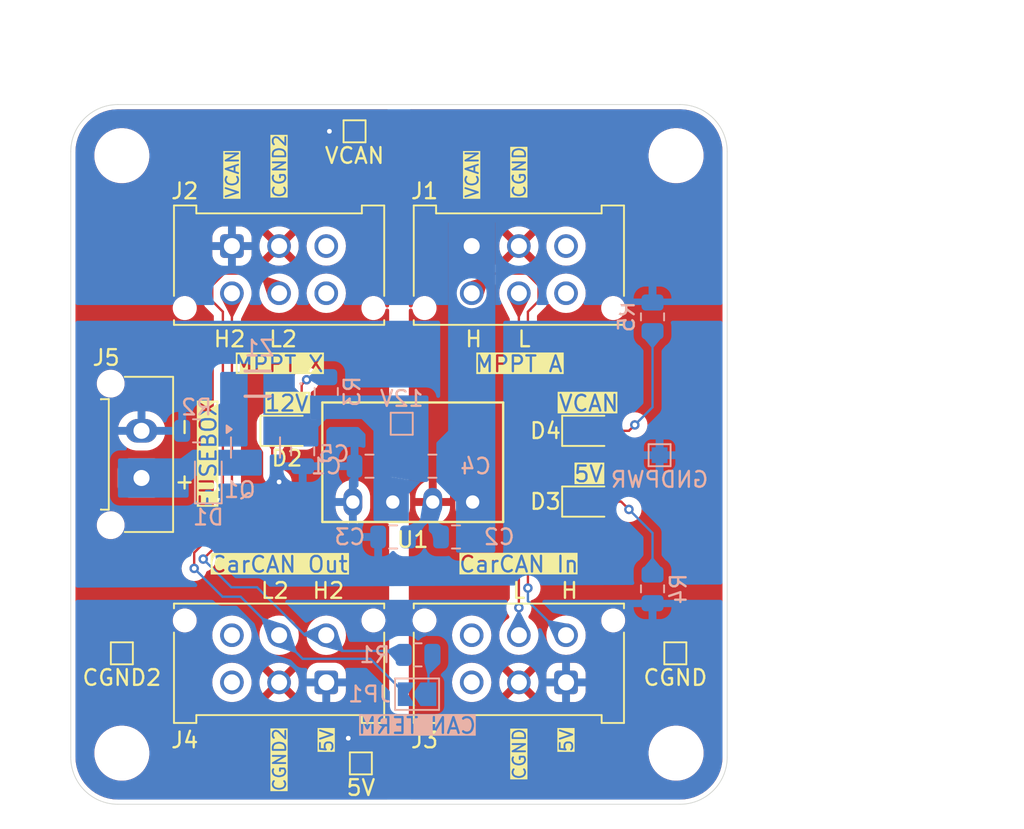
<source format=kicad_pcb>
(kicad_pcb (version 20240108) (generator "pcbnew") (generator_version "8.0")
  (layers (0 "F.Cu" signal) (31 "B.Cu" signal) (34 "B.Paste" user) (35 "F.Paste" user) (36 "B.SilkS" user "B.Silkscreen") (37 "F.SilkS" user "F.Silkscreen") (38 "B.Mask" user) (39 "F.Mask" user) (44 "Edge.Cuts" user))
  (net 0 "")
  (net 1 "+12V_PROT")
  (net 2 "GNDPWR")
  (net 3 "V_CAN")
  (net 4 "CGND")
  (net 5 "+12V")
  (net 6 "Net-(D2-A)")
  (net 7 "Net-(D3-A)")
  (net 8 "Net-(D4-A)")
  (net 9 "/CAN_L")
  (net 10 "/CAN_H")
  (net 13 "CGND2")
  (net 14 "/CAN_H2")
  (net 15 "/CAN_L2")
  (net 20 "+5V")
  (net 23 "Net-(JP1-A)")
  (net 24 "Net-(Q1-G)")
  (footprint "MountingHole:MountingHole_3mm" (layer "F.Cu") (at 134.25 103.75)
    (property "Reference" "H3")
    (property "Value" "MountingHole")
    (pad "" np_thru_hole circle (at 0 0) (size 3 3) (drill 3) (layers "*.Cu" "*.Mask"))
  )
  (footprint "LED_SMD:LED_0805_2012Metric" (layer "F.Cu") (at 128.6875 87.75)
    (property "Reference" "D3" (at -2.75 0 0) (layer "F.SilkS"))
    (property "Value" "5V" (at 0 -1.75 0) (layer "F.SilkS" knockout))
    (fp_line (start -1.685 -0.96) (end -1.685 0.96) (stroke (width 0.12)) (layer "F.SilkS"))
    (fp_line (start -1.685 0.96) (end 1 0.96) (stroke (width 0.12)) (layer "F.SilkS"))
    (fp_line (start 1 -0.96) (end -1.685 -0.96) (stroke (width 0.12)) (layer "F.SilkS"))
    (pad "1" smd roundrect (at -0.9375 0) (size 0.975 1.4) (layers "F.Cu" "F.Paste" "F.Mask") (net 4 "CGND"))
    (pad "2" smd roundrect (at 0.9375 0) (size 0.975 1.4) (layers "F.Cu" "F.Paste" "F.Mask") (net 7 "Net-(D3-A)"))
  )
  (footprint "MountingHole:MountingHole_3mm" (layer "F.Cu") (at 99 103.75)
    (property "Reference" "H4")
    (property "Value" "MountingHole")
    (pad "" np_thru_hole circle (at 0 0) (size 3 3) (drill 3) (layers "*.Cu" "*.Mask"))
  )
  (footprint "Connector_Molex:Molex_Micro-Fit_3.0_43650-0215_1x02_P3.00mm_Vertical" (layer "F.Cu") (at 100.25 86.25 90)
    (property "Reference" "J5" (at 7.65 -2.25 180) (layer "F.SilkS"))
    (property "Value" "FUSEBOX" (at 1.5 4.25 90) (layer "F.SilkS" knockout))
    (fp_line (start 5.015 -2.58) (end 4.995 -2.58) (stroke (width 0.12)) (layer "F.SilkS"))
    (fp_line (start -1.995 -2.58) (end -2.015 -2.58) (stroke (width 0.12)) (layer "F.SilkS"))
    (fp_line (start -2.015 -2.58) (end -2.015 -2.08) (stroke (width 0.12)) (layer "F.SilkS"))
    (fp_line (start 5.015 -2.08) (end 5.015 -2.58) (stroke (width 0.12)) (layer "F.SilkS"))
    (fp_line (start -2.015 -2.08) (end 5.015 -2.08) (stroke (width 0.12)) (layer "F.SilkS"))
    (fp_line (start -3.435 -1.065) (end -3.435 2.01) (stroke (width 0.12)) (layer "F.SilkS"))
    (fp_line (start 6.435 2.01) (end 6.435 -1.065) (stroke (width 0.12)) (layer "F.SilkS"))
    (fp_line (start -3.435 2.01) (end 6.435 2.01) (stroke (width 0.12)) (layer "F.SilkS"))
    (pad "" np_thru_hole circle (at -3 -1.96 90) (size 1.27 1.27) (drill 1.27) (layers "*.Cu" "*.Mask"))
    (pad "" np_thru_hole circle (at 6 -1.96 90) (size 1.27 1.27) (drill 1.27) (layers "*.Cu" "*.Mask"))
    (pad "1" thru_hole roundrect (at 0 0 90) (size 1.5 2.02) (drill 1.02) (layers "*.Cu" "*.Mask") (roundrect_rratio 0.166667) (net 5 "+12V"))
    (pad "2" thru_hole oval (at 3 0 90) (size 1.5 2.02) (drill 1.02) (layers "*.Cu" "*.Mask") (net 2 "GNDPWR"))
  )
  (footprint "LOGO" (layer "F.Cu") (at 134.25 84.75 90)
    (property "Reference" "G***" (hide yes))
    (property "Value" "LOGO" (hide yes))
  )
  (footprint "MountingHole:MountingHole_3mm" (layer "F.Cu") (at 99 65.75)
    (property "Reference" "H1")
    (property "Value" "MountingHole")
    (pad "" np_thru_hole circle (at 0 0) (size 3 3) (drill 3) (layers "*.Cu" "*.Mask"))
  )
  (footprint "Connector_Molex:Molex_Micro-Fit_3.0_43045-0612_2x03_P3.00mm_Vertical" (layer "F.Cu") (at 121.25 71.5)
    (property "Reference" "J1" (at -3 -3.5 0) (layer "F.SilkS"))
    (property "Value" "MPPT A" (at 3 7.5 0) (layer "F.SilkS" knockout))
    (fp_line (start -3.685 -2.58) (end -2.265 -2.58) (stroke (width 0.12)) (layer "F.SilkS"))
    (fp_line (start -3.685 3.17) (end -3.685 -2.58) (stroke (width 0.12)) (layer "F.SilkS"))
    (fp_line (start -3.685 4.71) (end -3.685 5.01) (stroke (width 0.12)) (layer "F.SilkS"))
    (fp_line (start -3.685 5.01) (end 9.685 5.01) (stroke (width 0.12)) (layer "F.SilkS"))
    (fp_line (start -2.265 -2.58) (end -2.265 -2.08) (stroke (width 0.12)) (layer "F.SilkS"))
    (fp_line (start -2.265 -2.08) (end 8.265 -2.08) (stroke (width 0.12)) (layer "F.SilkS"))
    (fp_line (start 8.265 -2.58) (end 9.685 -2.58) (stroke (width 0.12)) (layer "F.SilkS"))
    (fp_line (start 8.265 -2.08) (end 8.265 -2.58) (stroke (width 0.12)) (layer "F.SilkS"))
    (fp_line (start 9.685 -2.58) (end 9.685 3.17) (stroke (width 0.12)) (layer "F.SilkS"))
    (fp_line (start 9.685 5.01) (end 9.685 4.71) (stroke (width 0.12)) (layer "F.SilkS"))
    (pad "" np_thru_hole circle (at -3 3.94) (size 1.02 1.02) (drill 1.02) (layers "*.Cu" "*.Mask"))
    (pad "" np_thru_hole circle (at 9 3.94) (size 1.02 1.02) (drill 1.02) (layers "*.Cu" "*.Mask"))
    (pad "1" thru_hole roundrect (at 0 0) (size 1.5 1.5) (drill 1.02) (layers "*.Cu" "*.Mask") (roundrect_rratio 0.166667) (net 3 "V_CAN"))
    (pad "2" thru_hole circle (at 3 0) (size 1.5 1.5) (drill 1.02) (layers "*.Cu" "*.Mask") (net 4 "CGND"))
    (pad "3" thru_hole circle (at 6 0) (size 1.5 1.5) (drill 1.02) (layers "*.Cu" "*.Mask"))
    (pad "4" thru_hole circle (at 0 3) (size 1.5 1.5) (drill 1.02) (layers "*.Cu" "*.Mask") (net 10 "/CAN_H"))
    (pad "5" thru_hole circle (at 3 3) (size 1.5 1.5) (drill 1.02) (layers "*.Cu" "*.Mask") (net 9 "/CAN_L"))
    (pad "6" thru_hole circle (at 6 3) (size 1.5 1.5) (drill 1.02) (layers "*.Cu" "*.Mask"))
  )
  (footprint "TestPoint:TestPoint_Pad_1.0x1.0mm" (layer "F.Cu") (at 113.8 64.2)
    (property "Reference" "TP5")
    (property "Value" "VCAN" (at 0 1.55 0) (layer "F.SilkS"))
    (fp_line (start -0.7 -0.7) (end 0.7 -0.7) (stroke (width 0.12)) (layer "F.SilkS"))
    (fp_line (start -0.7 0.7) (end -0.7 -0.7) (stroke (width 0.12)) (layer "F.SilkS"))
    (fp_line (start 0.7 -0.7) (end 0.7 0.7) (stroke (width 0.12)) (layer "F.SilkS"))
    (fp_line (start 0.7 0.7) (end -0.7 0.7) (stroke (width 0.12)) (layer "F.SilkS"))
    (pad "1" smd rect (at 0 0) (size 1 1) (layers "F.Cu" "F.Mask") (net 3 "V_CAN"))
  )
  (footprint "Connector_Molex:Molex_Micro-Fit_3.0_43045-0612_2x03_P3.00mm_Vertical" (layer "F.Cu") (at 127.25 99.25 180)
    (property "Reference" "J3" (at 9 -3.67 360) (layer "F.SilkS"))
    (property "Value" "CarCAN In" (at 3 7.51 0) (layer "F.SilkS" knockout))
    (fp_line (start 9.685 5.01) (end 9.685 4.71) (stroke (width 0.12)) (layer "F.SilkS"))
    (fp_line (start 9.685 -2.58) (end 9.685 3.17) (stroke (width 0.12)) (layer "F.SilkS"))
    (fp_line (start 8.265 -2.08) (end 8.265 -2.58) (stroke (width 0.12)) (layer "F.SilkS"))
    (fp_line (start 8.265 -2.58) (end 9.685 -2.58) (stroke (width 0.12)) (layer "F.SilkS"))
    (fp_line (start -2.265 -2.08) (end 8.265 -2.08) (stroke (width 0.12)) (layer "F.SilkS"))
    (fp_line (start -2.265 -2.58) (end -2.265 -2.08) (stroke (width 0.12)) (layer "F.SilkS"))
    (fp_line (start -3.685 5.01) (end 9.685 5.01) (stroke (width 0.12)) (layer "F.SilkS"))
    (fp_line (start -3.685 4.71) (end -3.685 5.01) (stroke (width 0.12)) (layer "F.SilkS"))
    (fp_line (start -3.685 3.17) (end -3.685 -2.58) (stroke (width 0.12)) (layer "F.SilkS"))
    (fp_line (start -3.685 -2.58) (end -2.265 -2.58) (stroke (width 0.12)) (layer "F.SilkS"))
    (pad "" np_thru_hole circle (at -3 3.94 180) (size 1.02 1.02) (drill 1.02) (layers "*.Cu" "*.Mask"))
    (pad "" np_thru_hole circle (at 9 3.94 180) (size 1.02 1.02) (drill 1.02) (layers "*.Cu" "*.Mask"))
    (pad "1" thru_hole roundrect (at 0 0 180) (size 1.5 1.5) (drill 1.02) (layers "*.Cu" "*.Mask") (roundrect_rratio 0.166667) (net 20 "+5V"))
    (pad "2" thru_hole circle (at 3 0 180) (size 1.5 1.5) (drill 1.02) (layers "*.Cu" "*.Mask") (net 4 "CGND"))
    (pad "3" thru_hole circle (at 6 0 180) (size 1.5 1.5) (drill 1.02) (layers "*.Cu" "*.Mask"))
    (pad "4" thru_hole circle (at 0 3 180) (size 1.5 1.5) (drill 1.02) (layers "*.Cu" "*.Mask") (net 10 "/CAN_H"))
    (pad "5" thru_hole circle (at 3 3 180) (size 1.5 1.5) (drill 1.02) (layers "*.Cu" "*.Mask") (net 9 "/CAN_L"))
    (pad "6" thru_hole circle (at 6 3 180) (size 1.5 1.5) (drill 1.02) (layers "*.Cu" "*.Mask"))
  )
  (footprint "TestPoint:TestPoint_Pad_1.0x1.0mm" (layer "F.Cu") (at 99 97.4)
    (property "Reference" "TP6")
    (property "Value" "CGND2" (at 0 1.55 0) (layer "F.SilkS"))
    (fp_line (start -0.7 -0.7) (end 0.7 -0.7) (stroke (width 0.12)) (layer "F.SilkS"))
    (fp_line (start -0.7 0.7) (end -0.7 -0.7) (stroke (width 0.12)) (layer "F.SilkS"))
    (fp_line (start 0.7 -0.7) (end 0.7 0.7) (stroke (width 0.12)) (layer "F.SilkS"))
    (fp_line (start 0.7 0.7) (end -0.7 0.7) (stroke (width 0.12)) (layer "F.SilkS"))
    (pad "1" smd rect (at 0 0) (size 1 1) (layers "F.Cu" "F.Mask") (net 13 "CGND2"))
  )
  (footprint "LED_SMD:LED_0805_2012Metric" (layer "F.Cu") (at 128.6875 83.25)
    (property "Reference" "D4" (at -2.75 0 0) (layer "F.SilkS"))
    (property "Value" "VCAN" (at 0 -1.75 0) (layer "F.SilkS" knockout))
    (fp_line (start -1.685 -0.96) (end -1.685 0.96) (stroke (width 0.12)) (layer "F.SilkS"))
    (fp_line (start -1.685 0.96) (end 1 0.96) (stroke (width 0.12)) (layer "F.SilkS"))
    (fp_line (start 1 -0.96) (end -1.685 -0.96) (stroke (width 0.12)) (layer "F.SilkS"))
    (pad "1" smd roundrect (at -0.9375 0) (size 0.975 1.4) (layers "F.Cu" "F.Paste" "F.Mask") (net 4 "CGND"))
    (pad "2" smd roundrect (at 0.9375 0) (size 0.975 1.4) (layers "F.Cu" "F.Paste" "F.Mask") (net 8 "Net-(D4-A)"))
  )
  (footprint "TestPoint:TestPoint_Pad_1.0x1.0mm" (layer "F.Cu") (at 134.2 97.4)
    (property "Reference" "TP1")
    (property "Value" "CGND" (at 0 1.55 0) (layer "F.SilkS"))
    (fp_line (start -0.7 -0.7) (end 0.7 -0.7) (stroke (width 0.12)) (layer "F.SilkS"))
    (fp_line (start -0.7 0.7) (end -0.7 -0.7) (stroke (width 0.12)) (layer "F.SilkS"))
    (fp_line (start 0.7 -0.7) (end 0.7 0.7) (stroke (width 0.12)) (layer "F.SilkS"))
    (fp_line (start 0.7 0.7) (end -0.7 0.7) (stroke (width 0.12)) (layer "F.SilkS"))
    (pad "1" smd rect (at 0 0) (size 1 1) (layers "F.Cu" "F.Mask") (net 4 "CGND"))
  )
  (footprint "UTSVT-ICs:RI3_DC_Converter" (layer "F.Cu") (at 117.5 87.7773)
    (property "Reference" "U1" (at 0 2.4 180) (layer "F.SilkS"))
    (property "Value" "RI3-1209S")
    (fp_line (start -5.75 -6.33) (end 5.75 -6.33) (stroke (width 0.15)) (layer "F.SilkS"))
    (fp_line (start -5.75 1.27) (end -5.75 -6.33) (stroke (width 0.15)) (layer "F.SilkS"))
    (fp_line (start 5.75 -6.33) (end 5.75 1.27) (stroke (width 0.15)) (layer "F.SilkS"))
    (fp_line (start 5.75 1.27) (end -5.75 1.27) (stroke (width 0.15)) (layer "F.SilkS"))
    (pad "1" thru_hole oval (at -3.81 0) (size 1.2 1.8) (drill 0.85) (layers "*.Cu" "*.Mask") (net 2 "GNDPWR"))
    (pad "2" thru_hole oval (at -1.27 0) (size 1.2 1.8) (drill 0.85) (layers "*.Cu" "*.Mask") (net 1 "+12V_PROT"))
    (pad "3" thru_hole oval (at 1.27 0) (size 1.2 1.8) (drill 0.85) (layers "*.Cu" "*.Mask") (net 4 "CGND"))
    (pad "4" thru_hole oval (at 3.81 0) (size 1.2 1.8) (drill 0.85) (layers "*.Cu" "*.Mask") (net 3 "V_CAN"))
  )
  (footprint "Connector_Molex:Molex_Micro-Fit_3.0_43045-0612_2x03_P3.00mm_Vertical" (layer "F.Cu") (at 112 99.25 180)
    (property "Reference" "J4" (at 9 -3.67 360) (layer "F.SilkS"))
    (property "Value" "CarCAN Out" (at 3 7.5 0) (layer "F.SilkS" knockout))
    (fp_line (start 9.685 5.01) (end 9.685 4.71) (stroke (width 0.12)) (layer "F.SilkS"))
    (fp_line (start 9.685 -2.58) (end 9.685 3.17) (stroke (width 0.12)) (layer "F.SilkS"))
    (fp_line (start 8.265 -2.08) (end 8.265 -2.58) (stroke (width 0.12)) (layer "F.SilkS"))
    (fp_line (start 8.265 -2.58) (end 9.685 -2.58) (stroke (width 0.12)) (layer "F.SilkS"))
    (fp_line (start -2.265 -2.08) (end 8.265 -2.08) (stroke (width 0.12)) (layer "F.SilkS"))
    (fp_line (start -2.265 -2.58) (end -2.265 -2.08) (stroke (width 0.12)) (layer "F.SilkS"))
    (fp_line (start -3.685 5.01) (end 9.685 5.01) (stroke (width 0.12)) (layer "F.SilkS"))
    (fp_line (start -3.685 4.71) (end -3.685 5.01) (stroke (width 0.12)) (layer "F.SilkS"))
    (fp_line (start -3.685 3.17) (end -3.685 -2.58) (stroke (width 0.12)) (layer "F.SilkS"))
    (fp_line (start -3.685 -2.58) (end -2.265 -2.58) (stroke (width 0.12)) (layer "F.SilkS"))
    (pad "" np_thru_hole circle (at -3 3.94 180) (size 1.02 1.02) (drill 1.02) (layers "*.Cu" "*.Mask"))
    (pad "" np_thru_hole circle (at 9 3.94 180) (size 1.02 1.02) (drill 1.02) (layers "*.Cu" "*.Mask"))
    (pad "1" thru_hole roundrect (at 0 0 180) (size 1.5 1.5) (drill 1.02) (layers "*.Cu" "*.Mask") (roundrect_rratio 0.166667) (net 20 "+5V"))
    (pad "2" thru_hole circle (at 3 0 180) (size 1.5 1.5) (drill 1.02) (layers "*.Cu" "*.Mask") (net 13 "CGND2"))
    (pad "3" thru_hole circle (at 6 0 180) (size 1.5 1.5) (drill 1.02) (layers "*.Cu" "*.Mask"))
    (pad "4" thru_hole circle (at 0 3 180) (size 1.5 1.5) (drill 1.02) (layers "*.Cu" "*.Mask") (net 14 "/CAN_H2"))
    (pad "5" thru_hole circle (at 3 3 180) (size 1.5 1.5) (drill 1.02) (layers "*.Cu" "*.Mask") (net 15 "/CAN_L2"))
    (pad "6" thru_hole circle (at 6 3 180) (size 1.5 1.5) (drill 1.02) (layers "*.Cu" "*.Mask"))
  )
  (footprint "LED_SMD:LED_0805_2012Metric" (layer "F.Cu") (at 109.5 83.25)
    (property "Reference" "D2" (at 0 1.75 0) (layer "F.SilkS"))
    (property "Value" "12V" (at 0 -1.75 0) (layer "F.SilkS" knockout))
    (fp_line (start -1.685 -0.96) (end -1.685 0.96) (stroke (width 0.12)) (layer "F.SilkS"))
    (fp_line (start -1.685 0.96) (end 1 0.96) (stroke (width 0.12)) (layer "F.SilkS"))
    (fp_line (start 1 -0.96) (end -1.685 -0.96) (stroke (width 0.12)) (layer "F.SilkS"))
    (pad "1" smd roundrect (at -0.9375 0) (size 0.975 1.4) (layers "F.Cu" "F.Paste" "F.Mask") (net 2 "GNDPWR"))
    (pad "2" smd roundrect (at 0.9375 0) (size 0.975 1.4) (layers "F.Cu" "F.Paste" "F.Mask") (net 6 "Net-(D2-A)"))
  )
  (footprint "TestPoint:TestPoint_Pad_1.0x1.0mm" (layer "F.Cu") (at 114.2 104.4)
    (property "Reference" "TP3")
    (property "Value" "5V" (at 0 1.55 0) (layer "F.SilkS"))
    (fp_line (start -0.7 -0.7) (end 0.7 -0.7) (stroke (width 0.12)) (layer "F.SilkS"))
    (fp_line (start -0.7 0.7) (end -0.7 -0.7) (stroke (width 0.12)) (layer "F.SilkS"))
    (fp_line (start 0.7 -0.7) (end 0.7 0.7) (stroke (width 0.12)) (layer "F.SilkS"))
    (fp_line (start 0.7 0.7) (end -0.7 0.7) (stroke (width 0.12)) (layer "F.SilkS"))
    (pad "1" smd rect (at 0 0) (size 1 1) (layers "F.Cu" "F.Mask") (net 20 "+5V"))
  )
  (footprint "MountingHole:MountingHole_3mm" (layer "F.Cu") (at 134.25 65.75)
    (property "Reference" "H2")
    (property "Value" "MountingHole")
    (pad "" np_thru_hole circle (at 0 0) (size 3 3) (drill 3) (layers "*.Cu" "*.Mask"))
  )
  (footprint "Connector_Molex:Molex_Micro-Fit_3.0_43045-0612_2x03_P3.00mm_Vertical" (layer "F.Cu") (at 106 71.5)
    (property "Reference" "J2" (at -3 -3.5 0) (layer "F.SilkS"))
    (property "Value" "MPPT X" (at 3 7.5 0) (layer "F.SilkS" knockout))
    (fp_line (start -3.685 -2.58) (end -2.265 -2.58) (stroke (width 0.12)) (layer "F.SilkS"))
    (fp_line (start -3.685 3.17) (end -3.685 -2.58) (stroke (width 0.12)) (layer "F.SilkS"))
    (fp_line (start -3.685 4.71) (end -3.685 5.01) (stroke (width 0.12)) (layer "F.SilkS"))
    (fp_line (start -3.685 5.01) (end 9.685 5.01) (stroke (width 0.12)) (layer "F.SilkS"))
    (fp_line (start -2.265 -2.58) (end -2.265 -2.08) (stroke (width 0.12)) (layer "F.SilkS"))
    (fp_line (start -2.265 -2.08) (end 8.265 -2.08) (stroke (width 0.12)) (layer "F.SilkS"))
    (fp_line (start 8.265 -2.58) (end 9.685 -2.58) (stroke (width 0.12)) (layer "F.SilkS"))
    (fp_line (start 8.265 -2.08) (end 8.265 -2.58) (stroke (width 0.12)) (layer "F.SilkS"))
    (fp_line (start 9.685 -2.58) (end 9.685 3.17) (stroke (width 0.12)) (layer "F.SilkS"))
    (fp_line (start 9.685 5.01) (end 9.685 4.71) (stroke (width 0.12)) (layer "F.SilkS"))
    (pad "" np_thru_hole circle (at -3 3.94) (size 1.02 1.02) (drill 1.02) (layers "*.Cu" "*.Mask"))
    (pad "" np_thru_hole circle (at 9 3.94) (size 1.02 1.02) (drill 1.02) (layers "*.Cu" "*.Mask"))
    (pad "1" thru_hole roundrect (at 0 0) (size 1.5 1.5) (drill 1.02) (layers "*.Cu" "*.Mask") (roundrect_rratio 0.166667) (net 3 "V_CAN"))
    (pad "2" thru_hole circle (at 3 0) (size 1.5 1.5) (drill 1.02) (layers "*.Cu" "*.Mask") (net 13 "CGND2"))
    (pad "3" thru_hole circle (at 6 0) (size 1.5 1.5) (drill 1.02) (layers "*.Cu" "*.Mask"))
    (pad "4" thru_hole circle (at 0 3) (size 1.5 1.5) (drill 1.02) (layers "*.Cu" "*.Mask") (net 14 "/CAN_H2"))
    (pad "5" thru_hole circle (at 3 3) (size 1.5 1.5) (drill 1.02) (layers "*.Cu" "*.Mask") (net 15 "/CAN_L2"))
    (pad "6" thru_hole circle (at 6 3) (size 1.5 1.5) (drill 1.02) (layers "*.Cu" "*.Mask"))
  )
  (footprint "Resistor_SMD:R_0805_2012Metric" (layer "B.Cu") (at 103.75 83.25)
    (property "Reference" "R2" (at 0 -1.5 180) (layer "B.SilkS") (effects (justify mirror)))
    (property "Value" "100k")
    (fp_line (start 0.227064 -0.735) (end -0.227064 -0.735) (stroke (width 0.12)) (layer "B.SilkS"))
    (fp_line (start 0.227064 0.735) (end -0.227064 0.735) (stroke (width 0.12)) (layer "B.SilkS"))
    (pad "1" smd roundrect (at -0.9125 0) (size 1.025 1.4) (layers "B.Cu" "B.Paste" "B.Mask") (roundrect_rratio 0.243902) (net 2 "GNDPWR"))
    (pad "2" smd roundrect (at 0.9125 0) (size 1.025 1.4) (layers "B.Cu" "B.Paste" "B.Mask") (roundrect_rratio 0.243902) (net 24 "Net-(Q1-G)"))
  )
  (footprint "Resistor_SMD:R_0805_2012Metric" (layer "B.Cu") (at 112 80.75 90)
    (property "Reference" "R3" (at 0 1.65 90) (layer "B.SilkS") (effects (justify mirror)))
    (property "Value" "5.1k")
    (fp_line (start 0.227064 -0.735) (end -0.227064 -0.735) (stroke (width 0.12)) (layer "B.SilkS"))
    (fp_line (start 0.227064 0.735) (end -0.227064 0.735) (stroke (width 0.12)) (layer "B.SilkS"))
    (pad "1" smd roundrect (at -0.9125 0 90) (size 1.025 1.4) (layers "B.Cu" "B.Paste" "B.Mask") (roundrect_rratio 0.243902) (net 1 "+12V_PROT"))
    (pad "2" smd roundrect (at 0.9125 0 90) (size 1.025 1.4) (layers "B.Cu" "B.Paste" "B.Mask") (roundrect_rratio 0.243902) (net 6 "Net-(D2-A)"))
  )
  (footprint "Resistor_SMD:R_0805_2012Metric" (layer "B.Cu") (at 117.8375 97.5 180)
    (property "Reference" "R1" (at 2.75 0 360) (layer "B.SilkS") (effects (justify mirror)))
    (property "Value" "120")
    (fp_line (start 0.227064 0.735) (end -0.227064 0.735) (stroke (width 0.12)) (layer "B.SilkS"))
    (fp_line (start 0.227064 -0.735) (end -0.227064 -0.735) (stroke (width 0.12)) (layer "B.SilkS"))
    (pad "1" smd roundrect (at -0.9125 0 180) (size 1.025 1.4) (layers "B.Cu" "B.Paste" "B.Mask") (roundrect_rratio 0.243902) (net 23 "Net-(JP1-A)"))
    (pad "2" smd roundrect (at 0.9125 0 180) (size 1.025 1.4) (layers "B.Cu" "B.Paste" "B.Mask") (roundrect_rratio 0.243902) (net 14 "/CAN_H2"))
  )
  (footprint "BZT52-B12-QX:BZT52B12QX" (layer "B.Cu") (at 107.635 80.25 180)
    (property "Reference" "Z1" (at -0.115 2.25 180) (layer "B.SilkS") (effects (justify mirror)))
    (property "Value" "BZT52-B12-QX" (hide yes))
    (fp_line (start 0.8 0.8) (end -0.8 0.8) (stroke (width 0.2)) (layer "B.SilkS"))
    (fp_line (start 0.8 -0.8) (end -0.8 -0.8) (stroke (width 0.2)) (layer "B.SilkS"))
    (fp_line (start -2.7 0) (end -2.7 0) (stroke (width 0.1)) (layer "B.SilkS"))
    (fp_line (start -2.8 0) (end -2.8 0) (stroke (width 0.1)) (layer "B.SilkS"))
    (fp_arc (start -2.7 0) (mid -2.75 0.05) (end -2.8 0) (stroke (width 0.1)) (layer "B.SilkS"))
    (fp_arc (start -2.8 0) (mid -2.75 -0.05) (end -2.7 0) (stroke (width 0.1)) (layer "B.SilkS"))
    (pad "1" smd rect (at -1.635 0 180) (size 0.91 1.22) (layers "B.Cu" "B.Paste" "B.Mask") (net 1 "+12V_PROT"))
    (pad "2" smd rect (at 1.635 0 180) (size 0.91 1.22) (layers "B.Cu" "B.Paste" "B.Mask") (net 24 "Net-(Q1-G)"))
  )
  (footprint "Capacitor_SMD:C_0805_2012Metric" (layer "B.Cu") (at 118.75 85.5)
    (property "Reference" "C4" (at 2.75 0 360) (layer "B.SilkS") (effects (justify mirror)))
    (property "Value" "470p")
    (fp_line (start 0.261252 -0.735) (end -0.261252 -0.735) (stroke (width 0.12)) (layer "B.SilkS"))
    (fp_line (start 0.261252 0.735) (end -0.261252 0.735) (stroke (width 0.12)) (layer "B.SilkS"))
    (pad "1" smd roundrect (at -0.95 0) (size 1 1.45) (layers "B.Cu" "B.Paste" "B.Mask") (net 1 "+12V_PROT"))
    (pad "2" smd roundrect (at 0.95 0) (size 1 1.45) (layers "B.Cu" "B.Paste" "B.Mask") (net 3 "V_CAN"))
  )
  (footprint "Capacitor_SMD:C_0805_2012Metric" (layer "B.Cu") (at 116.25 90)
    (property "Reference" "C3" (at -2.75 0 360) (layer "B.SilkS") (effects (justify mirror)))
    (property "Value" "330p")
    (fp_line (start 0.261252 -0.735) (end -0.261252 -0.735) (stroke (width 0.12)) (layer "B.SilkS"))
    (fp_line (start 0.261252 0.735) (end -0.261252 0.735) (stroke (width 0.12)) (layer "B.SilkS"))
    (pad "1" smd roundrect (at -0.95 0) (size 1 1.45) (layers "B.Cu" "B.Paste" "B.Mask") (net 2 "GNDPWR"))
    (pad "2" smd roundrect (at 0.95 0) (size 1 1.45) (layers "B.Cu" "B.Paste" "B.Mask") (net 4 "CGND"))
  )
  (footprint "TestPoint:TestPoint_Pad_1.0x1.0mm" (layer "B.Cu") (at 116.8 82.8 180)
    (property "Reference" "TP4")
    (property "Value" "12V" (at 0 1.6 0) (layer "B.SilkS") (effects (justify mirror)))
    (fp_line (start 0.7 0.7) (end -0.7 0.7) (stroke (width 0.12)) (layer "B.SilkS"))
    (fp_line (start 0.7 -0.7) (end 0.7 0.7) (stroke (width 0.12)) (layer "B.SilkS"))
    (fp_line (start -0.7 0.7) (end -0.7 -0.7) (stroke (width 0.12)) (layer "B.SilkS"))
    (fp_line (start -0.7 -0.7) (end 0.7 -0.7) (stroke (width 0.12)) (layer "B.SilkS"))
    (pad "1" smd rect (at 0 0 180) (size 1 1) (layers "B.Cu" "B.Mask") (net 1 "+12V_PROT"))
  )
  (footprint "Package_TO_SOT_SMD:SOT-23" (layer "B.Cu") (at 107.5 84.3125 -90)
    (property "Reference" "Q1" (at 2.6875 1 180) (layer "B.SilkS") (effects (justify mirror)))
    (property "Value" "PMV35EPER")
    (fp_line (start -0.65 1.56) (end 0 1.56) (stroke (width 0.12)) (layer "B.SilkS"))
    (fp_line (start 0.65 1.56) (end 0 1.56) (stroke (width 0.12)) (layer "B.SilkS"))
    (fp_line (start -0.65 -1.56) (end 0 -1.56) (stroke (width 0.12)) (layer "B.SilkS"))
    (fp_line (start 0.65 -1.56) (end 0 -1.56) (stroke (width 0.12)) (layer "B.SilkS"))
    (fp_poly (pts (xy -1.1625 1.51) (xy -1.4025 1.84) (xy -0.9225 1.84) (xy -1.1625 1.51)) (stroke (width 0.12)) (fill solid) (layer "B.SilkS"))
    (pad "1" smd roundrect (at -0.9375 0.95 270) (size 1.475 0.6) (layers "B.Cu" "B.Paste" "B.Mask") (net 24 "Net-(Q1-G)"))
    (pad "2" smd roundrect (at -0.9375 -0.95 270) (size 1.475 0.6) (layers "B.Cu" "B.Paste" "B.Mask") (net 1 "+12V_PROT"))
    (pad "3" smd roundrect (at 0.9375 0 270) (size 1.475 0.6) (layers "B.Cu" "B.Paste" "B.Mask") (net 5 "+12V"))
  )
  (footprint "Resistor_SMD:R_0805_2012Metric" (layer "B.Cu") (at 132.75 93.3 90)
    (property "Reference" "R4" (at 0 1.65 90) (layer "B.SilkS") (effects (justify mirror)))
    (property "Value" "1.69k")
    (fp_line (start 0.227064 -0.735) (end -0.227064 -0.735) (stroke (width 0.12)) (layer "B.SilkS"))
    (fp_line (start 0.227064 0.735) (end -0.227064 0.735) (stroke (width 0.12)) (layer "B.SilkS"))
    (pad "1" smd roundrect (at -0.9125 0 90) (size 1.025 1.4) (layers "B.Cu" "B.Paste" "B.Mask") (roundrect_rratio 0.243902) (net 20 "+5V"))
    (pad "2" smd roundrect (at 0.9125 0 90) (size 1.025 1.4) (layers "B.Cu" "B.Paste" "B.Mask") (roundrect_rratio 0.243902) (net 7 "Net-(D3-A)"))
  )
  (footprint "Jumper:SolderJumper-2_P1.3mm_Open_TrianglePad1.0x1.5mm" (layer "B.Cu") (at 117.775 100 180)
    (property "Reference" "JP1" (at 3.025 0 0) (layer "B.SilkS") (effects (justify mirror)))
    (property "Value" "CAN TERM" (at 0 -2 0) (layer "B.SilkS" knockout) (effects (justify mirror)))
    (fp_line (start 1.4 1) (end -1.4 1) (stroke (width 0.12)) (layer "B.SilkS"))
    (fp_line (start 1.4 -1) (end 1.4 1) (stroke (width 0.12)) (layer "B.SilkS"))
    (fp_line (start -1.4 1) (end -1.4 -1) (stroke (width 0.12)) (layer "B.SilkS"))
    (fp_line (start -1.4 -1) (end 1.4 -1) (stroke (width 0.12)) (layer "B.SilkS"))
    (pad "1" smd custom (at -0.725 0 180) (size 0.3 0.3) (layers "B.Cu" "B.Mask") (net 23 "Net-(JP1-A)") (options (clearance outline) (anchor rect)) (primitives (gr_poly (pts (xy 1 0) (xy 0.5 -0.75) (xy -0.5 -0.75) (xy -0.5 0.75) (xy 0.5 0.75)) (width 0) (fill yes))))
    (pad "2" smd custom (at 0.725 0 180) (size 0.3 0.3) (layers "B.Cu" "B.Mask") (net 15 "/CAN_L2") (options (clearance outline) (anchor rect)) (primitives (gr_poly (pts (xy 0.5 -0.75) (xy -0.65 -0.75) (xy -0.15 0) (xy -0.65 0.75) (xy 0.5 0.75)) (width 0) (fill yes))))
  )
  (footprint "Capacitor_SMD:C_0805_2012Metric" (layer "B.Cu") (at 114.75 85.5 180)
    (property "Reference" "C1" (at 2.75 0 0) (layer "B.SilkS") (effects (justify mirror)))
    (property "Value" "10u")
    (fp_line (start 0.261252 0.735) (end -0.261252 0.735) (stroke (width 0.12)) (layer "B.SilkS"))
    (fp_line (start 0.261252 -0.735) (end -0.261252 -0.735) (stroke (width 0.12)) (layer "B.SilkS"))
    (pad "1" smd roundrect (at -0.95 0 180) (size 1 1.45) (layers "B.Cu" "B.Paste" "B.Mask") (net 1 "+12V_PROT"))
    (pad "2" smd roundrect (at 0.95 0 180) (size 1 1.45) (layers "B.Cu" "B.Paste" "B.Mask") (net 2 "GNDPWR"))
  )
  (footprint "Capacitor_SMD:C_0805_2012Metric" (layer "B.Cu") (at 120.25 90 180)
    (property "Reference" "C2" (at -2.75 0 0) (layer "B.SilkS") (effects (justify mirror)))
    (property "Value" "10u")
    (fp_line (start 0.261252 0.735) (end -0.261252 0.735) (stroke (width 0.12)) (layer "B.SilkS"))
    (fp_line (start 0.261252 -0.735) (end -0.261252 -0.735) (stroke (width 0.12)) (layer "B.SilkS"))
    (pad "1" smd roundrect (at -0.95 0 180) (size 1 1.45) (layers "B.Cu" "B.Paste" "B.Mask") (net 3 "V_CAN"))
    (pad "2" smd roundrect (at 0.95 0 180) (size 1 1.45) (layers "B.Cu" "B.Paste" "B.Mask") (net 4 "CGND"))
  )
  (footprint "Capacitor_SMD:C_0805_2012Metric" (layer "B.Cu") (at 110.5 84.55 -90)
    (property "Reference" "C5" (at 0.1575 -2 360) (layer "B.SilkS") (effects (justify mirror)))
    (property "Value" "10u")
    (fp_line (start 0.261252 0.735) (end -0.261252 0.735) (stroke (width 0.12)) (layer "B.SilkS"))
    (fp_line (start 0.261252 -0.735) (end -0.261252 -0.735) (stroke (width 0.12)) (layer "B.SilkS"))
    (pad "1" smd roundrect (at -0.95 0 270) (size 1 1.45) (layers "B.Cu" "B.Paste" "B.Mask") (net 1 "+12V_PROT"))
    (pad "2" smd roundrect (at 0.95 0 270) (size 1 1.45) (layers "B.Cu" "B.Paste" "B.Mask") (net 2 "GNDPWR"))
  )
  (footprint "Resistor_SMD:R_0805_2012Metric" (layer "B.Cu") (at 132.75 76 -90)
    (property "Reference" "R5" (at 0 1.65 90) (layer "B.SilkS") (effects (justify mirror)))
    (property "Value" "3.48k")
    (fp_line (start 0.227064 0.735) (end -0.227064 0.735) (stroke (width 0.12)) (layer "B.SilkS"))
    (fp_line (start 0.227064 -0.735) (end -0.227064 -0.735) (stroke (width 0.12)) (layer "B.SilkS"))
    (pad "1" smd roundrect (at -0.9125 0 270) (size 1.025 1.4) (layers "B.Cu" "B.Paste" "B.Mask") (roundrect_rratio 0.243902) (net 3 "V_CAN"))
    (pad "2" smd roundrect (at 0.9125 0 270) (size 1.025 1.4) (layers "B.Cu" "B.Paste" "B.Mask") (roundrect_rratio 0.243902) (net 8 "Net-(D4-A)"))
  )
  (footprint "Diode_SMD:D_SOD-323" (layer "B.Cu") (at 104.5 86.25 90)
    (property "Reference" "D1" (at -2.5 0 180) (layer "B.SilkS") (effects (justify mirror)))
    (property "Value" "SD12_SOD323")
    (fp_line (start 1.05 -0.85) (end -1.61 -0.85) (stroke (width 0.12)) (layer "B.SilkS"))
    (fp_line (start -1.61 -0.85) (end -1.61 0.85) (stroke (width 0.12)) (layer "B.SilkS"))
    (fp_line (start 1.05 0.85) (end -1.61 0.85) (stroke (width 0.12)) (layer "B.SilkS"))
    (pad "1" smd roundrect (at -1.05 0 90) (size 0.6 0.45) (layers "B.Cu" "B.Paste" "B.Mask") (net 2 "GNDPWR"))
    (pad "2" smd roundrect (at 1.05 0 90) (size 0.6 0.45) (layers "B.Cu" "B.Paste" "B.Mask") (net 5 "+12V"))
  )
  (footprint "TestPoint:TestPoint_Pad_1.0x1.0mm" (layer "B.Cu") (at 133.2 84.8 180)
    (property "Reference" "TP2")
    (property "Value" "GNDPWR" (at 0 -1.55 0) (layer "B.SilkS") (effects (justify mirror)))
    (fp_line (start 0.7 0.7) (end -0.7 0.7) (stroke (width 0.12)) (layer "B.SilkS"))
    (fp_line (start 0.7 -0.7) (end 0.7 0.7) (stroke (width 0.12)) (layer "B.SilkS"))
    (fp_line (start -0.7 0.7) (end -0.7 -0.7) (stroke (width 0.12)) (layer "B.SilkS"))
    (fp_line (start -0.7 -0.7) (end 0.7 -0.7) (stroke (width 0.12)) (layer "B.SilkS"))
    (pad "1" smd rect (at 0 0 180) (size 1 1) (layers "B.Cu" "B.Mask") (net 2 "GNDPWR"))
  )
  (gr_line (start 95.75 104) (end 95.75 65.5) (stroke (width 0.05)) (layer "Edge.Cuts"))
  (gr_arc (start 95.75 65.5) (mid 96.62868 63.37868) (end 98.75 62.5) (stroke (width 0.05)) (layer "Edge.Cuts"))
  (gr_arc (start 134.5 62.5) (mid 136.62132 63.37868) (end 137.5 65.5) (stroke (width 0.05)) (layer "Edge.Cuts"))
  (gr_arc (start 98.75 107) (mid 96.62868 106.12132) (end 95.75 104) (stroke (width 0.05)) (layer "Edge.Cuts"))
  (gr_line (start 137.5 65.5) (end 137.5 104) (stroke (width 0.05)) (layer "Edge.Cuts"))
  (gr_arc (start 137.5 104) (mid 136.62132 106.12132) (end 134.5 107) (stroke (width 0.05)) (layer "Edge.Cuts"))
  (gr_line (start 98.75 62.5) (end 134.5 62.5) (stroke (width 0.05)) (layer "Edge.Cuts"))
  (gr_line (start 134.5 107) (end 98.75 107) (stroke (width 0.05)) (layer "Edge.Cuts"))
  (gr_text "CGND2" (at 109.5 106.25 90) (layer "F.SilkS" knockout) (effects (font (size 0.8 0.8) (thickness 0.12)) (justify left bottom)))
  (gr_text "L2  H2" (at 107.75 94 0) (layer "F.SilkS") (effects (font (size 1 1)) (justify left bottom)))
  (gr_text "H   L" (at 120.75 78 0) (layer "F.SilkS") (effects (font (size 1 1)) (justify left bottom)))
  (gr_text "VCAN" (at 121.75 68.5 90) (layer "F.SilkS" knockout) (effects (font (size 0.8 0.8) (thickness 0.12)) (justify left bottom)))
  (gr_text "5V" (at 127.75 103.75 90) (layer "F.SilkS" knockout) (effects (font (size 0.8 0.8) (thickness 0.12)) (justify left bottom)))
  (gr_text "CGND2" (at 109.5 68.5 90) (layer "F.SilkS" knockout) (effects (font (size 0.8 0.8) (thickness 0.12)) (justify left bottom)))
  (gr_text "L   H" (at 123.75 94 0) (layer "F.SilkS") (effects (font (size 1 1)) (justify left bottom)))
  (gr_text "CGND" (at 124.75 105.5 90) (layer "F.SilkS" knockout) (effects (font (size 0.8 0.8) (thickness 0.12)) (justify left bottom)))
  (gr_text "CGND" (at 124.75 68.5 90) (layer "F.SilkS" knockout) (effects (font (size 0.8 0.8) (thickness 0.12)) (justify left bottom)))
  (gr_text "+   -" (at 103.5 87.25 90) (layer "F.SilkS") (effects (font (size 1 1)) (justify left bottom)))
  (gr_text "5V" (at 112.5 103.75 90) (layer "F.SilkS" knockout) (effects (font (size 0.8 0.8) (thickness 0.12)) (justify left bottom)))
  (gr_text "H2  L2" (at 104.75 78 0) (layer "F.SilkS") (effects (font (size 1 1)) (justify left bottom)))
  (gr_text "VCAN" (at 106.5 68.5 90) (layer "F.SilkS" knockout) (effects (font (size 0.8 0.8) (thickness 0.12)) (justify left bottom)))
  (segment (start 108.5625 86.0625) (end 109 86.5) (width 0.15) (layer "F.Cu") (net 2))
  (segment (start 108.5625 83.25) (end 108.5625 86.0625) (width 0.15) (layer "F.Cu") (net 2))
  (via (at 109 86.5) (size 0.6) (drill 0.3) (layers "F.Cu" "B.Cu") (net 2))
  (segment (start 113.8 64.2) (end 112.2 64.2) (width 0.15) (layer "F.Cu") (net 3))
  (via (at 112.2 64.2) (size 0.6) (drill 0.3) (layers "F.Cu" "B.Cu") (net 3))
  (segment (start 119.3 90) (end 119.25 90) (width 0.5) (layer "B.Cu") (net 4))
  (segment (start 118.77 87.7773) (end 118.77 88.43) (width 0.5) (layer "B.Cu") (net 4))
  (segment (start 119.25 90) (end 118.77 89.52) (width 0.5) (layer "B.Cu") (net 4))
  (segment (start 118.77 89.52) (end 118.77 87.7773) (width 0.5) (layer "B.Cu") (net 4))
  (segment (start 118.77 88.43) (end 117.2 90) (width 0.5) (layer "B.Cu") (net 4))
  (segment (start 110.4375 80.3125) (end 110.4375 83.25) (width 0.15) (layer "F.Cu") (net 6))
  (segment (start 110.75 80) (end 110.4375 80.3125) (width 0.15) (layer "F.Cu") (net 6))
  (via (at 110.75 80) (size 0.6) (drill 0.3) (layers "F.Cu" "B.Cu") (net 6))
  (segment (start 112 79.8375) (end 110.9125 79.8375) (width 0.15) (layer "B.Cu") (net 6))
  (segment (start 110.9125 79.8375) (end 110.75 80) (width 0.15) (layer "B.Cu") (net 6))
  (segment (start 130.75 87.75) (end 129.625 87.75) (width 0.15) (layer "F.Cu") (net 7))
  (segment (start 131.25 88.25) (end 130.75 87.75) (width 0.15) (layer "F.Cu") (net 7))
  (via (at 131.25 88.25) (size 0.6) (drill 0.3) (layers "F.Cu" "B.Cu") (net 7))
  (segment (start 131.25 88.25) (end 132.75 89.75) (width 0.15) (layer "B.Cu") (net 7))
  (segment (start 132.75 89.75) (end 132.75 92.3875) (width 0.15) (layer "B.Cu") (net 7))
  (segment (start 131.25 83.25) (end 129.625 83.25) (width 0.15) (layer "F.Cu") (net 8))
  (segment (start 131.625 82.875) (end 131.25 83.25) (width 0.15) (layer "F.Cu") (net 8))
  (via (at 131.625 82.875) (size 0.6) (drill 0.3) (layers "F.Cu" "B.Cu") (net 8))
  (segment (start 132.75 81.75) (end 132.75 76.9125) (width 0.15) (layer "B.Cu") (net 8))
  (segment (start 131.625 82.875) (end 132.75 81.75) (width 0.15) (layer "B.Cu") (net 8))
  (segment (start 124.25 94.5) (end 124.25 74.5) (width 0.15) (layer "F.Cu") (net 9))
  (via (at 124.25 94.5) (size 0.6) (drill 0.3) (layers "F.Cu" "B.Cu") (net 9))
  (segment (start 124.25 94.5) (end 124.25 96.25) (width 0.15) (layer "B.Cu") (net 9))
  (segment (start 124.825 93.25) (end 124.825 75.675) (width 0.15) (layer "F.Cu") (net 10))
  (segment (start 122.5 73.25) (end 121.25 74.5) (width 0.15) (layer "F.Cu") (net 10))
  (segment (start 124.825 75.675) (end 125.5 75) (width 0.15) (layer "F.Cu") (net 10))
  (segment (start 124.75 73.25) (end 122.5 73.25) (width 0.15) (layer "F.Cu") (net 10))
  (segment (start 125.5 75) (end 125.5 74) (width 0.15) (layer "F.Cu") (net 10))
  (segment (start 125.5 74) (end 124.75 73.25) (width 0.15) (layer "F.Cu") (net 10))
  (via (at 124.825 93.25) (size 0.6) (drill 0.3) (layers "F.Cu" "B.Cu") (net 10))
  (segment (start 127.25 96.25) (end 127 96.25) (width 0.15) (layer "B.Cu") (net 10))
  (segment (start 124.825 94.075) (end 124.825 93.25) (width 0.15) (layer "B.Cu") (net 10))
  (segment (start 127 96.25) (end 124.825 94.075) (width 0.15) (layer "B.Cu") (net 10))
  (segment (start 106 89.581587) (end 106 74.5) (width 0.15) (layer "F.Cu") (net 14))
  (segment (start 104.175 91.406587) (end 106 89.581587) (width 0.15) (layer "F.Cu") (net 14))
  (via (at 104.175 91.406587) (size 0.6) (drill 0.3) (layers "F.Cu" "B.Cu") (net 14))
  (segment (start 105.968413 93.2) (end 107.6 93.2) (width 0.15) (layer "B.Cu") (net 14))
  (segment (start 116.675 97.25) (end 116.925 97.5) (width 0.15) (layer "B.Cu") (net 14))
  (segment (start 107.6 93.2) (end 110.65 96.25) (width 0.15) (layer "B.Cu") (net 14))
  (segment (start 104.175 91.406587) (end 105.968413 93.2) (width 0.15) (layer "B.Cu") (net 14))
  (segment (start 110.65 96.25) (end 112 96.25) (width 0.15) (layer "B.Cu") (net 14))
  (segment (start 112 96.25) (end 113 97.25) (width 0.15) (layer "B.Cu") (net 14))
  (segment (start 113 97.25) (end 116.675 97.25) (width 0.15) (layer "B.Cu") (net 14))
  (segment (start 103.6 92) (end 103.6 91) (width 0.15) (layer "F.Cu") (net 15))
  (segment (start 107.75 73.25) (end 109 74.5) (width 0.15) (layer "F.Cu") (net 15))
  (segment (start 105.425 89.175) (end 105.425 75.675) (width 0.15) (layer "F.Cu") (net 15))
  (segment (start 104.75 75) (end 104.75 74) (width 0.15) (layer "F.Cu") (net 15))
  (segment (start 103.6 91) (end 105.425 89.175) (width 0.15) (layer "F.Cu") (net 15))
  (segment (start 104.75 74) (end 105.5 73.25) (width 0.15) (layer "F.Cu") (net 15))
  (segment (start 105.5 73.25) (end 107.75 73.25) (width 0.15) (layer "F.Cu") (net 15))
  (segment (start 105.425 75.675) (end 104.75 75) (width 0.15) (layer "F.Cu") (net 15))
  (via (at 103.6 92) (size 0.6) (drill 0.3) (layers "F.Cu" "B.Cu") (net 15))
  (segment (start 114.8 97.75) (end 110.5 97.75) (width 0.15) (layer "B.Cu") (net 15))
  (segment (start 117.05 100) (end 114.8 97.75) (width 0.15) (layer "B.Cu") (net 15))
  (segment (start 103.6 92) (end 105.4 93.8) (width 0.15) (layer "B.Cu") (net 15))
  (segment (start 106.55 93.8) (end 109 96.25) (width 0.15) (layer "B.Cu") (net 15))
  (segment (start 105.4 93.8) (end 106.55 93.8) (width 0.15) (layer "B.Cu") (net 15))
  (segment (start 110.5 97.75) (end 109 96.25) (width 0.15) (layer "B.Cu") (net 15))
  (segment (start 114.2 104.4) (end 114.2 103.6) (width 0.15) (layer "F.Cu") (net 20))
  (segment (start 114.2 103.6) (end 113.4 102.8) (width 0.15) (layer "F.Cu") (net 20))
  (via (at 113.4 102.8) (size 0.6) (drill 0.3) (layers "F.Cu" "B.Cu") (net 20))
  (segment (start 118.5 97.75) (end 118.5 100) (width 0.15) (layer "B.Cu") (net 23))
  (segment (start 118.75 97.5) (end 118.5 97.75) (width 0.15) (layer "B.Cu") (net 23))
  (zone (net 4) (net_name "CGND") (layer "F.Cu") (connect_pads (clearance 0.5)) (min_thickness 0.25) (fill yes (thermal_gap 0.5) (thermal_bridge_width 0.5))
    (polygon (pts (xy 142 62.25) (xy 142 107.5) (xy 117.25 107.5) (xy 117.25 62.25)))
  )
  (zone (net 13) (net_name "CGND2") (layer "F.Cu") (connect_pads (clearance 0.5)) (min_thickness 0.25) (fill yes (thermal_gap 0.5) (thermal_bridge_width 0.5))
    (polygon (pts (xy 116 62.25) (xy 116 107.5) (xy 91.25 107.5) (xy 91.25 62.25)))
  )
  (zone (net 5) (net_name "+12V") (layer "B.Cu") (priority 3) (connect_pads yes (clearance 0.2)) (min_thickness 0.25) (fill yes (thermal_gap 0.5) (thermal_bridge_width 0.5))
    (polygon (pts (xy 98.75 85) (xy 98.75 87.5) (xy 103.25 87.5) (xy 103.25 86.6) (xy 103.75 86.1) (xy 107.9 86.1) (xy 107.9 84.45) (xy 103.5 84.45) (xy 102.75 85)))
  )
  (zone (net 1) (net_name "+12V_PROT") (layer "B.Cu") (priority 6) (connect_pads yes (clearance 0.2)) (min_thickness 0.25) (fill yes (thermal_gap 0.5) (thermal_bridge_width 0.5))
    (polygon (pts (xy 117.25 89) (xy 115 89) (xy 115 86) (xy 118 86.5) (xy 117.25 87.25)))
  )
  (zone (net 2) (net_name "GNDPWR") (layer "B.Cu") (priority 2) (connect_pads (clearance 0.5)) (min_thickness 0.25) (fill yes (thermal_gap 0.5) (thermal_bridge_width 0.5))
    (polygon (pts (xy 91.25 76.25) (xy 91.25 93.25) (xy 142 93) (xy 142 76.25)))
  )
  (zone (net 3) (net_name "V_CAN") (layer "B.Cu") (priority 7) (connect_pads yes (clearance 0.2)) (min_thickness 0.25) (fill yes (thermal_gap 0.5) (thermal_bridge_width 0.5))
    (polygon (pts (xy 122.75 70) (xy 119.75 70) (xy 119.75 77) (xy 119.75 83.25) (xy 119 84) (xy 119 86.5) (xy 119 86.5) (xy 120.25 87.75) (xy 120.25 91) (xy 122.75 91)))
  )
  (zone (net 1) (net_name "+12V_PROT") (layer "B.Cu") (priority 4) (connect_pads yes (clearance 0.2)) (min_thickness 0.25) (fill yes (thermal_gap 0.5) (thermal_bridge_width 0.5))
    (polygon (pts (xy 111.5 84.25) (xy 111.5 83) (xy 112 82.5) (xy 113 82.5) (xy 113 81) (xy 110.5 81) (xy 110 80.5) (xy 110 79.5) (xy 108 79.5) (xy 108 84.25)))
  )
  (zone (net 20) (net_name "+5V") (layer "B.Cu") (priority 1) (connect_pads (clearance 0.5)) (min_thickness 0.25) (fill yes (thermal_gap 0.5) (thermal_bridge_width 0.5))
    (polygon (pts (xy 91.25 107.5) (xy 91.25 94) (xy 142 94) (xy 142 107.5)))
  )
  (zone (net 3) (net_name "V_CAN") (layer "B.Cu") (priority 1) (connect_pads (clearance 0.5)) (min_thickness 0.25) (fill yes (thermal_gap 0.5) (thermal_bridge_width 0.5))
    (polygon (pts (xy 91.25 75.25) (xy 91.25 62.25) (xy 142 62.25) (xy 142 75.25)))
  )
  (zone (net 24) (net_name "Net-(Q1-G)") (layer "B.Cu") (priority 3) (connect_pads yes (clearance 0.2)) (min_thickness 0.25) (fill yes (thermal_gap 0.5) (thermal_bridge_width 0.5))
    (polygon (pts (xy 107 84.25) (xy 104 84.25) (xy 104 82) (xy 104.625 82) (xy 105.25 81.5) (xy 105.25 79.5) (xy 107 79.5)))
  )
  (zone (net 1) (net_name "+12V_PROT") (layer "B.Cu") (priority 5) (connect_pads yes (clearance 0.2)) (min_thickness 0.25) (fill yes (thermal_gap 0.5) (thermal_bridge_width 0.5))
    (polygon (pts (xy 118.5 86.5) (xy 115 86.5) (xy 115 83.25) (xy 114.25 82.5) (xy 111 82.5) (xy 111 81) (xy 118.5 81)))
  )
)
</source>
